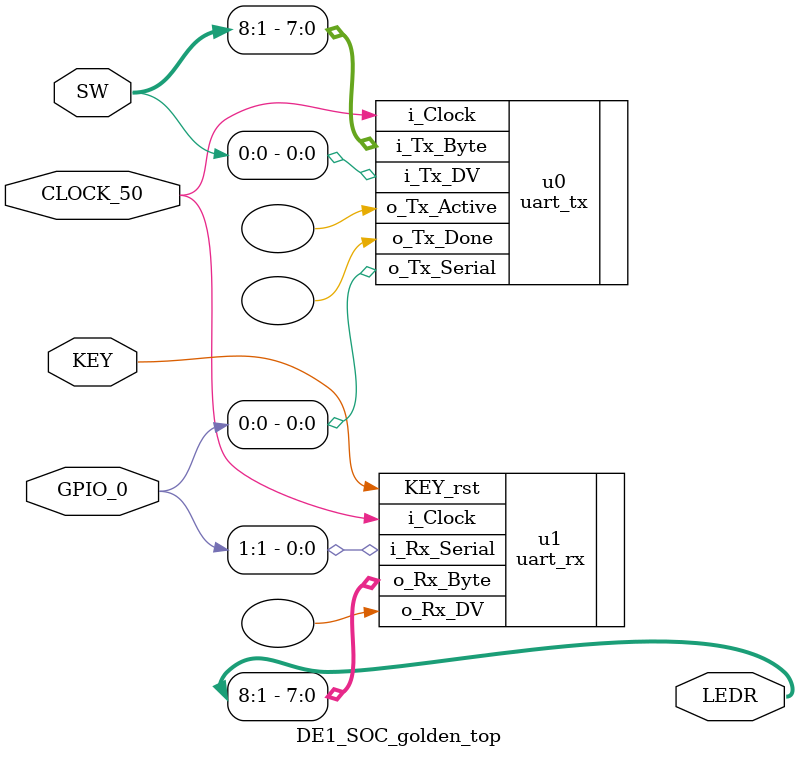
<source format=v>

module DE1_SOC_golden_top(
	input CLOCK_50,

   ///////// GPIO /////////
	inout       [1:0] GPIO_0,


   ///////// LEDR /////////
   output      [9:0]  LEDR,

   ///////// SW /////////
   input       [8:0]  SW,
	
	//////// KEY /////////
	input 		[0:0]KEY
);
	
	uart_tx #(.CLKS_PER_BIT(87)) u0	(.i_Clock(CLOCK_50),
												 .i_Tx_DV(SW[0]),
												 .i_Tx_Byte(SW[8:1]),
												 .o_Tx_Active(),
												 .o_Tx_Serial(GPIO_0[0]),
												 .o_Tx_Done()
												);

	uart_rx #(.CLKS_PER_BIT(87)) u1	(.KEY_rst(KEY[0]),
												 .i_Clock(CLOCK_50),
												 .i_Rx_Serial(GPIO_0[1]),
												 .o_Rx_DV(),
												 .o_Rx_Byte(LEDR[8:1])
												);
endmodule

</source>
